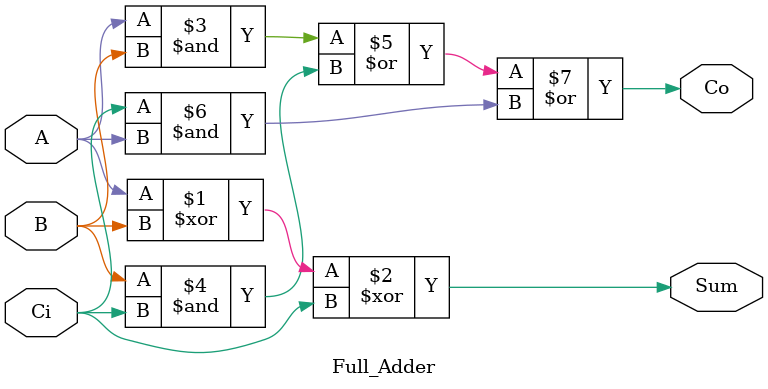
<source format=v>
module Ripple_Carry_Adder (A,B,Cin,Sum,Cout);
    input [3:0] A;
    input [3:0] B;
    input Cin;
    output [3:0] Sum;
    output Cout;
    wire w0,w1,w2;
    Full_Adder FA0 (A[0],B[0],Cin,Sum[0],w0);
    Full_Adder FA1 (A[1],B[1],w0,Sum[1],w1);
    Full_Adder FA2 (A[2],B[2],w1,Sum[2],w2);
    Full_Adder FA3 (A[3],B[3],w2,Sum[3],Cout);
endmodule
module Full_Adder (A,B,Ci,Sum,Co);
    input A,B,Ci;
    output Sum,Co;
    assign Sum = A^B^Ci;
    assign Co = (A&B)|(B&Ci)|(Ci&A);
endmodule
</source>
